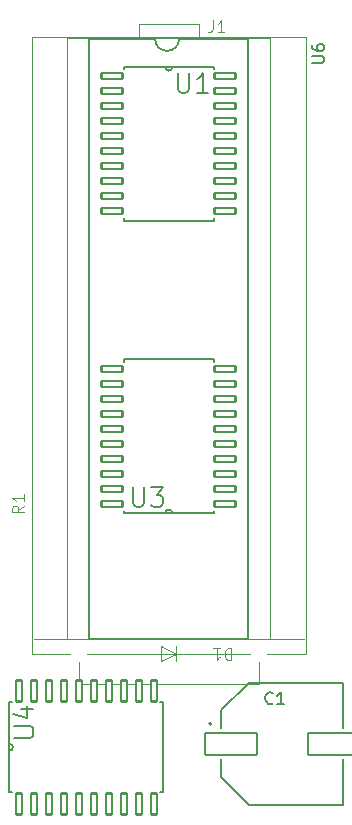
<source format=gto>
G04 #@! TF.GenerationSoftware,KiCad,Pcbnew,8.0.1*
G04 #@! TF.CreationDate,2024-03-30T15:42:24-03:00*
G04 #@! TF.ProjectId,Sombrero_MSX_Goa'uld,536f6d62-7265-4726-9f5f-4d53585f476f,rev?*
G04 #@! TF.SameCoordinates,Original*
G04 #@! TF.FileFunction,Legend,Top*
G04 #@! TF.FilePolarity,Positive*
%FSLAX46Y46*%
G04 Gerber Fmt 4.6, Leading zero omitted, Abs format (unit mm)*
G04 Created by KiCad (PCBNEW 8.0.1) date 2024-03-30 15:42:24*
%MOMM*%
%LPD*%
G01*
G04 APERTURE LIST*
G04 Aperture macros list*
%AMRoundRect*
0 Rectangle with rounded corners*
0 $1 Rounding radius*
0 $2 $3 $4 $5 $6 $7 $8 $9 X,Y pos of 4 corners*
0 Add a 4 corners polygon primitive as box body*
4,1,4,$2,$3,$4,$5,$6,$7,$8,$9,$2,$3,0*
0 Add four circle primitives for the rounded corners*
1,1,$1+$1,$2,$3*
1,1,$1+$1,$4,$5*
1,1,$1+$1,$6,$7*
1,1,$1+$1,$8,$9*
0 Add four rect primitives between the rounded corners*
20,1,$1+$1,$2,$3,$4,$5,0*
20,1,$1+$1,$4,$5,$6,$7,0*
20,1,$1+$1,$6,$7,$8,$9,0*
20,1,$1+$1,$8,$9,$2,$3,0*%
G04 Aperture macros list end*
%ADD10C,0.150000*%
%ADD11C,0.100000*%
%ADD12C,0.120000*%
%ADD13C,0.152400*%
%ADD14C,0.127000*%
%ADD15C,0.200000*%
%ADD16C,1.400000*%
%ADD17RoundRect,0.102000X0.901700X0.266700X-0.901700X0.266700X-0.901700X-0.266700X0.901700X-0.266700X0*%
%ADD18RoundRect,0.102000X-0.901700X-0.266700X0.901700X-0.266700X0.901700X0.266700X-0.901700X0.266700X0*%
%ADD19C,1.320800*%
%ADD20RoundRect,0.102000X0.266700X-0.901700X0.266700X0.901700X-0.266700X0.901700X-0.266700X-0.901700X0*%
%ADD21RoundRect,0.102000X-2.200000X-0.950000X2.200000X-0.950000X2.200000X0.950000X-2.200000X0.950000X0*%
G04 APERTURE END LIST*
D10*
X210274819Y-74421904D02*
X211084342Y-74421904D01*
X211084342Y-74421904D02*
X211179580Y-74374285D01*
X211179580Y-74374285D02*
X211227200Y-74326666D01*
X211227200Y-74326666D02*
X211274819Y-74231428D01*
X211274819Y-74231428D02*
X211274819Y-74040952D01*
X211274819Y-74040952D02*
X211227200Y-73945714D01*
X211227200Y-73945714D02*
X211179580Y-73898095D01*
X211179580Y-73898095D02*
X211084342Y-73850476D01*
X211084342Y-73850476D02*
X210274819Y-73850476D01*
X210274819Y-72945714D02*
X210274819Y-73136190D01*
X210274819Y-73136190D02*
X210322438Y-73231428D01*
X210322438Y-73231428D02*
X210370057Y-73279047D01*
X210370057Y-73279047D02*
X210512914Y-73374285D01*
X210512914Y-73374285D02*
X210703390Y-73421904D01*
X210703390Y-73421904D02*
X211084342Y-73421904D01*
X211084342Y-73421904D02*
X211179580Y-73374285D01*
X211179580Y-73374285D02*
X211227200Y-73326666D01*
X211227200Y-73326666D02*
X211274819Y-73231428D01*
X211274819Y-73231428D02*
X211274819Y-73040952D01*
X211274819Y-73040952D02*
X211227200Y-72945714D01*
X211227200Y-72945714D02*
X211179580Y-72898095D01*
X211179580Y-72898095D02*
X211084342Y-72850476D01*
X211084342Y-72850476D02*
X210846247Y-72850476D01*
X210846247Y-72850476D02*
X210751009Y-72898095D01*
X210751009Y-72898095D02*
X210703390Y-72945714D01*
X210703390Y-72945714D02*
X210655771Y-73040952D01*
X210655771Y-73040952D02*
X210655771Y-73231428D01*
X210655771Y-73231428D02*
X210703390Y-73326666D01*
X210703390Y-73326666D02*
X210751009Y-73374285D01*
X210751009Y-73374285D02*
X210846247Y-73421904D01*
X195090130Y-110361240D02*
X195090130Y-111691352D01*
X195090130Y-111691352D02*
X195168372Y-111847836D01*
X195168372Y-111847836D02*
X195246614Y-111926078D01*
X195246614Y-111926078D02*
X195403097Y-112004319D01*
X195403097Y-112004319D02*
X195716065Y-112004319D01*
X195716065Y-112004319D02*
X195872548Y-111926078D01*
X195872548Y-111926078D02*
X195950790Y-111847836D01*
X195950790Y-111847836D02*
X196029032Y-111691352D01*
X196029032Y-111691352D02*
X196029032Y-110361240D01*
X196654967Y-110361240D02*
X197672111Y-110361240D01*
X197672111Y-110361240D02*
X197124418Y-110987175D01*
X197124418Y-110987175D02*
X197359144Y-110987175D01*
X197359144Y-110987175D02*
X197515628Y-111065417D01*
X197515628Y-111065417D02*
X197593869Y-111143659D01*
X197593869Y-111143659D02*
X197672111Y-111300143D01*
X197672111Y-111300143D02*
X197672111Y-111691352D01*
X197672111Y-111691352D02*
X197593869Y-111847836D01*
X197593869Y-111847836D02*
X197515628Y-111926078D01*
X197515628Y-111926078D02*
X197359144Y-112004319D01*
X197359144Y-112004319D02*
X196889693Y-112004319D01*
X196889693Y-112004319D02*
X196733209Y-111926078D01*
X196733209Y-111926078D02*
X196654967Y-111847836D01*
X198900130Y-75309240D02*
X198900130Y-76639352D01*
X198900130Y-76639352D02*
X198978372Y-76795836D01*
X198978372Y-76795836D02*
X199056614Y-76874078D01*
X199056614Y-76874078D02*
X199213097Y-76952319D01*
X199213097Y-76952319D02*
X199526065Y-76952319D01*
X199526065Y-76952319D02*
X199682548Y-76874078D01*
X199682548Y-76874078D02*
X199760790Y-76795836D01*
X199760790Y-76795836D02*
X199839032Y-76639352D01*
X199839032Y-76639352D02*
X199839032Y-75309240D01*
X201482111Y-76952319D02*
X200543209Y-76952319D01*
X201012660Y-76952319D02*
X201012660Y-75309240D01*
X201012660Y-75309240D02*
X200856176Y-75543966D01*
X200856176Y-75543966D02*
X200699693Y-75700450D01*
X200699693Y-75700450D02*
X200543209Y-75778692D01*
D11*
X201850666Y-70831419D02*
X201850666Y-71545704D01*
X201850666Y-71545704D02*
X201803047Y-71688561D01*
X201803047Y-71688561D02*
X201707809Y-71783800D01*
X201707809Y-71783800D02*
X201564952Y-71831419D01*
X201564952Y-71831419D02*
X201469714Y-71831419D01*
X202850666Y-71831419D02*
X202279238Y-71831419D01*
X202564952Y-71831419D02*
X202564952Y-70831419D01*
X202564952Y-70831419D02*
X202469714Y-70974276D01*
X202469714Y-70974276D02*
X202374476Y-71069514D01*
X202374476Y-71069514D02*
X202279238Y-71117133D01*
X185877419Y-111926666D02*
X185401228Y-112259999D01*
X185877419Y-112498094D02*
X184877419Y-112498094D01*
X184877419Y-112498094D02*
X184877419Y-112117142D01*
X184877419Y-112117142D02*
X184925038Y-112021904D01*
X184925038Y-112021904D02*
X184972657Y-111974285D01*
X184972657Y-111974285D02*
X185067895Y-111926666D01*
X185067895Y-111926666D02*
X185210752Y-111926666D01*
X185210752Y-111926666D02*
X185305990Y-111974285D01*
X185305990Y-111974285D02*
X185353609Y-112021904D01*
X185353609Y-112021904D02*
X185401228Y-112117142D01*
X185401228Y-112117142D02*
X185401228Y-112498094D01*
X185877419Y-110974285D02*
X185877419Y-111545713D01*
X185877419Y-111259999D02*
X184877419Y-111259999D01*
X184877419Y-111259999D02*
X185020276Y-111355237D01*
X185020276Y-111355237D02*
X185115514Y-111450475D01*
X185115514Y-111450475D02*
X185163133Y-111545713D01*
X203430094Y-124002580D02*
X203430094Y-125002580D01*
X203430094Y-125002580D02*
X203191999Y-125002580D01*
X203191999Y-125002580D02*
X203049142Y-124954961D01*
X203049142Y-124954961D02*
X202953904Y-124859723D01*
X202953904Y-124859723D02*
X202906285Y-124764485D01*
X202906285Y-124764485D02*
X202858666Y-124574009D01*
X202858666Y-124574009D02*
X202858666Y-124431152D01*
X202858666Y-124431152D02*
X202906285Y-124240676D01*
X202906285Y-124240676D02*
X202953904Y-124145438D01*
X202953904Y-124145438D02*
X203049142Y-124050200D01*
X203049142Y-124050200D02*
X203191999Y-124002580D01*
X203191999Y-124002580D02*
X203430094Y-124002580D01*
X201906285Y-124002580D02*
X202477713Y-124002580D01*
X202191999Y-124002580D02*
X202191999Y-125002580D01*
X202191999Y-125002580D02*
X202287237Y-124859723D01*
X202287237Y-124859723D02*
X202382475Y-124764485D01*
X202382475Y-124764485D02*
X202477713Y-124716866D01*
D10*
X185037240Y-131553869D02*
X186367352Y-131553869D01*
X186367352Y-131553869D02*
X186523836Y-131475627D01*
X186523836Y-131475627D02*
X186602078Y-131397386D01*
X186602078Y-131397386D02*
X186680319Y-131240902D01*
X186680319Y-131240902D02*
X186680319Y-130927934D01*
X186680319Y-130927934D02*
X186602078Y-130771451D01*
X186602078Y-130771451D02*
X186523836Y-130693209D01*
X186523836Y-130693209D02*
X186367352Y-130614967D01*
X186367352Y-130614967D02*
X185037240Y-130614967D01*
X185584933Y-129128372D02*
X186680319Y-129128372D01*
X184958999Y-129519581D02*
X186132626Y-129910790D01*
X186132626Y-129910790D02*
X186132626Y-128893646D01*
X206938333Y-128629580D02*
X206890714Y-128677200D01*
X206890714Y-128677200D02*
X206747857Y-128724819D01*
X206747857Y-128724819D02*
X206652619Y-128724819D01*
X206652619Y-128724819D02*
X206509762Y-128677200D01*
X206509762Y-128677200D02*
X206414524Y-128581961D01*
X206414524Y-128581961D02*
X206366905Y-128486723D01*
X206366905Y-128486723D02*
X206319286Y-128296247D01*
X206319286Y-128296247D02*
X206319286Y-128153390D01*
X206319286Y-128153390D02*
X206366905Y-127962914D01*
X206366905Y-127962914D02*
X206414524Y-127867676D01*
X206414524Y-127867676D02*
X206509762Y-127772438D01*
X206509762Y-127772438D02*
X206652619Y-127724819D01*
X206652619Y-127724819D02*
X206747857Y-127724819D01*
X206747857Y-127724819D02*
X206890714Y-127772438D01*
X206890714Y-127772438D02*
X206938333Y-127820057D01*
X207890714Y-128724819D02*
X207319286Y-128724819D01*
X207605000Y-128724819D02*
X207605000Y-127724819D01*
X207605000Y-127724819D02*
X207509762Y-127867676D01*
X207509762Y-127867676D02*
X207414524Y-127962914D01*
X207414524Y-127962914D02*
X207319286Y-128010533D01*
D12*
X186520000Y-72270000D02*
X186520000Y-124460000D01*
X186520000Y-124460000D02*
X209720000Y-124460000D01*
D11*
X186690000Y-123190000D02*
X209550000Y-123190000D01*
D12*
X189520000Y-72330000D02*
X189520000Y-123190000D01*
X190500000Y-124460000D02*
X190500000Y-127000000D01*
X190500000Y-127000000D02*
X205740000Y-127000000D01*
X195580000Y-71120000D02*
X200660000Y-71120000D01*
X195580000Y-72330000D02*
X195580000Y-71120000D01*
X200660000Y-71120000D02*
X200660000Y-72263000D01*
X204470000Y-72330000D02*
X189520000Y-72330000D01*
X205740000Y-127000000D02*
X205740000Y-124460000D01*
X206720000Y-72330000D02*
X201660000Y-72330000D01*
X206720000Y-123190000D02*
X206720000Y-72330000D01*
X209720000Y-72270000D02*
X186520000Y-72270000D01*
X209720000Y-124460000D02*
X209720000Y-72270000D01*
D13*
X194310000Y-99542600D02*
X194310000Y-99745800D01*
X194310000Y-112344200D02*
X194310000Y-112547400D01*
X194310000Y-112547400D02*
X197815200Y-112547400D01*
X197815200Y-112547400D02*
X198424800Y-112547400D01*
X198424800Y-112547400D02*
X201930000Y-112547400D01*
X201930000Y-99542600D02*
X194310000Y-99542600D01*
X201930000Y-99745800D02*
X201930000Y-99542600D01*
X201930000Y-112547400D02*
X201930000Y-112344200D01*
X197815200Y-112547400D02*
G75*
G02*
X198424800Y-112547400I304800J0D01*
G01*
X194310000Y-74777600D02*
X194310000Y-74980800D01*
X194310000Y-87579200D02*
X194310000Y-87782400D01*
X194310000Y-87782400D02*
X201930000Y-87782400D01*
X197815200Y-74777600D02*
X194310000Y-74777600D01*
X198424800Y-74777600D02*
X197815200Y-74777600D01*
X201930000Y-74777600D02*
X198424800Y-74777600D01*
X201930000Y-74980800D02*
X201930000Y-74777600D01*
X201930000Y-87782400D02*
X201930000Y-87579200D01*
X198424800Y-74777600D02*
G75*
G02*
X197815200Y-74777600I-304800J0D01*
G01*
X191389000Y-72390000D02*
X191389000Y-123190000D01*
X191389000Y-72390000D02*
X196977000Y-72390000D01*
X204851000Y-72390000D02*
X199009000Y-72390000D01*
X204851000Y-123190000D02*
X191389000Y-123190000D01*
X204851000Y-123190000D02*
X204851000Y-72390000D01*
X199009000Y-72390000D02*
G75*
G02*
X196977000Y-72390000I-1016000J0D01*
G01*
D11*
X197485000Y-123825000D02*
X198755000Y-124460000D01*
X197485000Y-124460000D02*
X196215000Y-124460000D01*
X197485000Y-125095000D02*
X197485000Y-123825000D01*
X198755000Y-124460000D02*
X197485000Y-125095000D01*
X198755000Y-124460000D02*
X200025000Y-124460000D01*
X198755000Y-125095000D02*
X198755000Y-123825000D01*
D13*
X184632600Y-128574800D02*
X184632600Y-132080000D01*
X184632600Y-132080000D02*
X184632600Y-132689600D01*
X184632600Y-132689600D02*
X184632600Y-136194800D01*
X184632600Y-136194800D02*
X184835800Y-136194800D01*
X184835800Y-128574800D02*
X184632600Y-128574800D01*
X197434200Y-136194800D02*
X197637400Y-136194800D01*
X197637400Y-128574800D02*
X197434200Y-128574800D01*
X197637400Y-136194800D02*
X197637400Y-128574800D01*
X184632600Y-132080000D02*
G75*
G02*
X184632600Y-132689600I0J-304800D01*
G01*
D14*
X202590000Y-129230000D02*
X204890000Y-126930000D01*
X202590000Y-130780000D02*
X202590000Y-129230000D01*
X202590000Y-134930000D02*
X202590000Y-133380000D01*
X204890000Y-126930000D02*
X212890000Y-126930000D01*
X204890000Y-137230000D02*
X202590000Y-134930000D01*
X212890000Y-126930000D02*
X212890000Y-130780000D01*
X212890000Y-133380000D02*
X212890000Y-137230000D01*
X212890000Y-137230000D02*
X204890000Y-137230000D01*
D15*
X201740000Y-130380000D02*
G75*
G02*
X201540000Y-130380000I-100000J0D01*
G01*
X201540000Y-130380000D02*
G75*
G02*
X201740000Y-130380000I100000J0D01*
G01*
%LPC*%
D16*
X187960000Y-73660000D03*
X187960000Y-76200000D03*
X187960000Y-78740000D03*
X187960000Y-81280000D03*
X187960000Y-83820000D03*
X187960000Y-86360000D03*
X187960000Y-88900000D03*
X187960000Y-91440000D03*
X187960000Y-93980000D03*
X187960000Y-96520000D03*
X187960000Y-99060000D03*
X187960000Y-101600000D03*
X187960000Y-104140000D03*
X187960000Y-106680000D03*
X187960000Y-109220000D03*
X187960000Y-111760000D03*
X187960000Y-114300000D03*
X187960000Y-116840000D03*
X187960000Y-119380000D03*
X187960000Y-121920000D03*
X208280000Y-121920000D03*
X208280000Y-119380000D03*
X208280000Y-116840000D03*
X208280000Y-114300000D03*
X208280000Y-111760000D03*
X208280000Y-109220000D03*
X208280000Y-106680000D03*
X208280000Y-104140000D03*
X208280000Y-101600000D03*
X208280000Y-99060000D03*
X208280000Y-96520000D03*
X208280000Y-93980000D03*
X208280000Y-91440000D03*
X208280000Y-88900000D03*
X208280000Y-86360000D03*
X208280000Y-83820000D03*
X208280000Y-81280000D03*
X208280000Y-78740000D03*
X208280000Y-76200000D03*
X208280000Y-73660000D03*
D17*
X202895200Y-111760000D03*
X202895200Y-110490000D03*
X202895200Y-109220000D03*
X202895200Y-107950000D03*
X202895200Y-106680000D03*
X202895200Y-105410000D03*
X202895200Y-104140000D03*
X202895200Y-102870000D03*
X202895200Y-101600000D03*
X202895200Y-100330000D03*
X193344800Y-100330000D03*
X193344800Y-101600000D03*
X193344800Y-102870000D03*
X193344800Y-104140000D03*
X193344800Y-105410000D03*
X193344800Y-106680000D03*
X193344800Y-107950000D03*
X193344800Y-109220000D03*
X193344800Y-110490000D03*
X193344800Y-111760000D03*
D18*
X193344800Y-75565000D03*
X193344800Y-76835000D03*
X193344800Y-78105000D03*
X193344800Y-79375000D03*
X193344800Y-80645000D03*
X193344800Y-81915000D03*
X193344800Y-83185000D03*
X193344800Y-84455000D03*
X193344800Y-85725000D03*
X193344800Y-86995000D03*
X202895200Y-86995000D03*
X202895200Y-85725000D03*
X202895200Y-84455000D03*
X202895200Y-83185000D03*
X202895200Y-81915000D03*
X202895200Y-80645000D03*
X202895200Y-79375000D03*
X202895200Y-78105000D03*
X202895200Y-76835000D03*
X202895200Y-75565000D03*
D16*
X190500000Y-73660000D03*
X190500000Y-76200000D03*
X190500000Y-78740000D03*
X190500000Y-81280000D03*
X190500000Y-83820000D03*
X190500000Y-86360000D03*
X190500000Y-88900000D03*
X190500000Y-91440000D03*
X190500000Y-93980000D03*
X190500000Y-96520000D03*
X190500000Y-99060000D03*
X190500000Y-101600000D03*
X190500000Y-104140000D03*
X190500000Y-106680000D03*
X190500000Y-109220000D03*
X190500000Y-111760000D03*
X190500000Y-114300000D03*
X190500000Y-116840000D03*
X190500000Y-119380000D03*
X190500000Y-121920000D03*
X205740000Y-121920000D03*
X205740000Y-119380000D03*
X205740000Y-116840000D03*
X205740000Y-114300000D03*
X205740000Y-111760000D03*
X205740000Y-109220000D03*
X205740000Y-106680000D03*
X205740000Y-104140000D03*
X205740000Y-101600000D03*
X205740000Y-99060000D03*
X205740000Y-96520000D03*
X205740000Y-93980000D03*
X205740000Y-91440000D03*
X205740000Y-88900000D03*
X205740000Y-86360000D03*
X205740000Y-83820000D03*
X205740000Y-81280000D03*
X205740000Y-78740000D03*
X205740000Y-76200000D03*
X205740000Y-73660000D03*
D19*
X185420000Y-119380000D03*
X185420000Y-104140000D03*
X205740000Y-124460000D03*
X190500000Y-124460000D03*
D20*
X185420000Y-137160000D03*
X186690000Y-137160000D03*
X187960000Y-137160000D03*
X189230000Y-137160000D03*
X190500000Y-137160000D03*
X191770000Y-137160000D03*
X193040000Y-137160000D03*
X194310000Y-137160000D03*
X195580000Y-137160000D03*
X196850000Y-137160000D03*
X196850000Y-127609600D03*
X195580000Y-127609600D03*
X194310000Y-127609600D03*
X193040000Y-127609600D03*
X191770000Y-127609600D03*
X190500000Y-127609600D03*
X189230000Y-127609600D03*
X187960000Y-127609600D03*
X186690000Y-127609600D03*
X185420000Y-127609600D03*
D21*
X203390000Y-132080000D03*
X212090000Y-132080000D03*
%LPD*%
M02*

</source>
